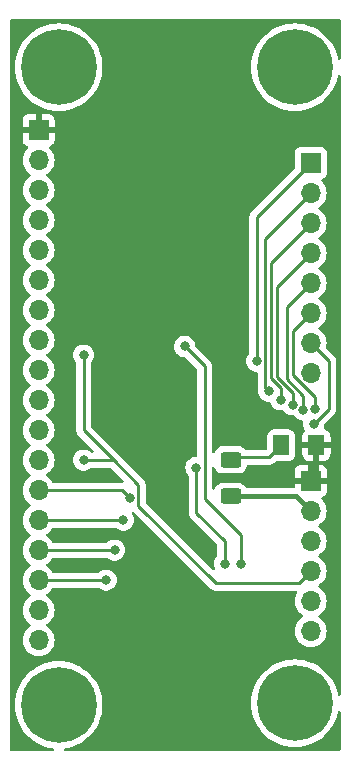
<source format=gtl>
G04 #@! TF.GenerationSoftware,KiCad,Pcbnew,7.0.10-7.0.10~ubuntu22.04.1*
G04 #@! TF.CreationDate,2024-03-22T17:45:40+01:00*
G04 #@! TF.ProjectId,dac-base-board,6461632d-6261-4736-952d-626f6172642e,v0.1*
G04 #@! TF.SameCoordinates,Original*
G04 #@! TF.FileFunction,Copper,L1,Top*
G04 #@! TF.FilePolarity,Positive*
%FSLAX46Y46*%
G04 Gerber Fmt 4.6, Leading zero omitted, Abs format (unit mm)*
G04 Created by KiCad (PCBNEW 7.0.10-7.0.10~ubuntu22.04.1) date 2024-03-22 17:45:40*
%MOMM*%
%LPD*%
G01*
G04 APERTURE LIST*
G04 Aperture macros list*
%AMRoundRect*
0 Rectangle with rounded corners*
0 $1 Rounding radius*
0 $2 $3 $4 $5 $6 $7 $8 $9 X,Y pos of 4 corners*
0 Add a 4 corners polygon primitive as box body*
4,1,4,$2,$3,$4,$5,$6,$7,$8,$9,$2,$3,0*
0 Add four circle primitives for the rounded corners*
1,1,$1+$1,$2,$3*
1,1,$1+$1,$4,$5*
1,1,$1+$1,$6,$7*
1,1,$1+$1,$8,$9*
0 Add four rect primitives between the rounded corners*
20,1,$1+$1,$2,$3,$4,$5,0*
20,1,$1+$1,$4,$5,$6,$7,0*
20,1,$1+$1,$6,$7,$8,$9,0*
20,1,$1+$1,$8,$9,$2,$3,0*%
G04 Aperture macros list end*
G04 #@! TA.AperFunction,ComponentPad*
%ADD10C,6.400000*%
G04 #@! TD*
G04 #@! TA.AperFunction,ComponentPad*
%ADD11R,1.700000X1.700000*%
G04 #@! TD*
G04 #@! TA.AperFunction,ComponentPad*
%ADD12O,1.700000X1.700000*%
G04 #@! TD*
G04 #@! TA.AperFunction,SMDPad,CuDef*
%ADD13RoundRect,0.250000X-0.625000X0.400000X-0.625000X-0.400000X0.625000X-0.400000X0.625000X0.400000X0*%
G04 #@! TD*
G04 #@! TA.AperFunction,SMDPad,CuDef*
%ADD14RoundRect,0.250001X0.462499X0.624999X-0.462499X0.624999X-0.462499X-0.624999X0.462499X-0.624999X0*%
G04 #@! TD*
G04 #@! TA.AperFunction,ViaPad*
%ADD15C,0.800000*%
G04 #@! TD*
G04 #@! TA.AperFunction,Conductor*
%ADD16C,0.250000*%
G04 #@! TD*
G04 #@! TA.AperFunction,Conductor*
%ADD17C,0.400000*%
G04 #@! TD*
G04 APERTURE END LIST*
D10*
X29464000Y-18796000D03*
X49464000Y-18796000D03*
X49464000Y-72644000D03*
X29464000Y-72796000D03*
D11*
X50800000Y-26924000D03*
D12*
X50800000Y-29464000D03*
X50800000Y-32004000D03*
X50800000Y-34544000D03*
X50800000Y-37084000D03*
X50800000Y-39624000D03*
X50800000Y-42164000D03*
X50800000Y-44704000D03*
D13*
X44016000Y-52044000D03*
X44016000Y-55144000D03*
D11*
X27760000Y-24130000D03*
D12*
X27760000Y-26670000D03*
X27760000Y-29210000D03*
X27760000Y-31750000D03*
X27760000Y-34290000D03*
X27760000Y-36830000D03*
X27760000Y-39370000D03*
X27760000Y-41910000D03*
X27760000Y-44450000D03*
X27760000Y-46990000D03*
X27760000Y-49530000D03*
X27760000Y-52070000D03*
X27760000Y-54610000D03*
X27760000Y-57150000D03*
X27760000Y-59690000D03*
X27760000Y-62230000D03*
X27760000Y-64770000D03*
X27760000Y-67310000D03*
D11*
X50800000Y-53848000D03*
D12*
X50800000Y-56388000D03*
X50800000Y-58928000D03*
X50800000Y-61468000D03*
X50800000Y-64008000D03*
X50800000Y-66548000D03*
D14*
X51271500Y-50800000D03*
X48296500Y-50800000D03*
D15*
X44924479Y-60835000D03*
X40137500Y-42444999D03*
X43508000Y-60835000D03*
X41095000Y-52705000D03*
X44016000Y-55144000D03*
X31570000Y-43180000D03*
X31570000Y-52070000D03*
X35470000Y-55245000D03*
X34925000Y-57150000D03*
X34200000Y-59690000D03*
X33475000Y-62230000D03*
X46228000Y-43688000D03*
X47244000Y-46217347D03*
X48260000Y-46942347D03*
X49277207Y-47363811D03*
X50183817Y-47785785D03*
X51182891Y-47742694D03*
X51049347Y-49017347D03*
D16*
X46953000Y-33311000D02*
X50800000Y-29464000D01*
X47244000Y-46217347D02*
X46953000Y-45926347D01*
X46953000Y-45926347D02*
X46953000Y-33311000D01*
X48260000Y-45983262D02*
X47403000Y-45126262D01*
X48260000Y-46942347D02*
X48260000Y-45983262D01*
X47403000Y-45126262D02*
X47403000Y-35401000D01*
X47403000Y-35401000D02*
X50800000Y-32004000D01*
X51182891Y-47742694D02*
X51182891Y-46748592D01*
X51182891Y-46748592D02*
X49276000Y-44841701D01*
X49276000Y-44841701D02*
X49276000Y-41148000D01*
X49276000Y-41148000D02*
X50800000Y-39624000D01*
X50183817Y-47785785D02*
X50183817Y-46634287D01*
X50183817Y-46634287D02*
X48768000Y-45218470D01*
X48768000Y-45218470D02*
X48768000Y-39116000D01*
X48768000Y-39116000D02*
X50800000Y-37084000D01*
X49277207Y-46364073D02*
X47938567Y-45025433D01*
X49277207Y-47363811D02*
X49277207Y-46364073D01*
X47938567Y-37405433D02*
X50800000Y-34544000D01*
X47938567Y-45025433D02*
X47938567Y-37405433D01*
X46228000Y-43688000D02*
X46228000Y-35052000D01*
X46228000Y-35052000D02*
X46228000Y-31496000D01*
X46228000Y-31496000D02*
X50800000Y-26924000D01*
X51049347Y-49017347D02*
X52324000Y-47742694D01*
X52324000Y-47742694D02*
X52324000Y-43688000D01*
X52324000Y-43688000D02*
X50800000Y-42164000D01*
X46228000Y-43688000D02*
X46280000Y-43636000D01*
X49277207Y-47363811D02*
X49385864Y-47255154D01*
X51182891Y-47742694D02*
X51189457Y-47736128D01*
X34110000Y-52070000D02*
X36195000Y-54155000D01*
X36195000Y-55933000D02*
X42746000Y-62484000D01*
X36195000Y-54155000D02*
X36195000Y-55933000D01*
X42746000Y-62484000D02*
X49784000Y-62484000D01*
X49784000Y-62484000D02*
X50800000Y-61468000D01*
D17*
X44016000Y-55144000D02*
X49556000Y-55144000D01*
X49556000Y-55144000D02*
X50800000Y-56388000D01*
X51271500Y-50800000D02*
X51271500Y-53376500D01*
X51271500Y-53376500D02*
X50800000Y-53848000D01*
D16*
X48296500Y-50800000D02*
X47280500Y-51816000D01*
X47280500Y-51816000D02*
X44244000Y-51816000D01*
X44244000Y-51816000D02*
X44016000Y-52044000D01*
X43508000Y-60835000D02*
X43508000Y-58928000D01*
X43508000Y-58928000D02*
X41095000Y-56515000D01*
X41095000Y-56515000D02*
X41095000Y-52705000D01*
X44924479Y-60835000D02*
X44924479Y-58439479D01*
X44924479Y-58439479D02*
X41820000Y-55335000D01*
X41820000Y-55335000D02*
X41820000Y-44127499D01*
X41820000Y-44127499D02*
X40137500Y-42444999D01*
X34835000Y-54610000D02*
X27760000Y-54610000D01*
X35470000Y-55245000D02*
X34835000Y-54610000D01*
X34925000Y-57150000D02*
X27760000Y-57150000D01*
X34110000Y-52070000D02*
X31570000Y-49530000D01*
X31570000Y-49530000D02*
X31570000Y-43180000D01*
X31570000Y-52070000D02*
X34110000Y-52070000D01*
X33475000Y-62230000D02*
X27760000Y-62230000D01*
X34200000Y-59690000D02*
X27760000Y-59690000D01*
G04 #@! TA.AperFunction,Conductor*
G36*
X53282539Y-14753912D02*
G01*
X53328294Y-14806716D01*
X53339500Y-14858227D01*
X53339500Y-18034107D01*
X53319815Y-18101146D01*
X53267011Y-18146901D01*
X53197853Y-18156845D01*
X53134297Y-18127820D01*
X53096523Y-18069042D01*
X53093027Y-18053505D01*
X53092637Y-18051045D01*
X53088602Y-18025567D01*
X52988214Y-17650913D01*
X52849214Y-17288806D01*
X52673125Y-16943211D01*
X52461876Y-16617916D01*
X52217781Y-16316484D01*
X51943516Y-16042219D01*
X51642084Y-15798124D01*
X51642082Y-15798122D01*
X51316793Y-15586877D01*
X50971197Y-15410787D01*
X50609094Y-15271788D01*
X50609087Y-15271786D01*
X50234433Y-15171398D01*
X50234429Y-15171397D01*
X50234428Y-15171397D01*
X49851339Y-15110722D01*
X49464001Y-15090422D01*
X49463999Y-15090422D01*
X49076660Y-15110722D01*
X48693572Y-15171397D01*
X48693570Y-15171397D01*
X48318905Y-15271788D01*
X47956802Y-15410787D01*
X47611206Y-15586877D01*
X47285917Y-15798122D01*
X46984488Y-16042215D01*
X46984480Y-16042222D01*
X46710222Y-16316480D01*
X46710215Y-16316488D01*
X46466122Y-16617917D01*
X46254877Y-16943206D01*
X46078787Y-17288802D01*
X45939788Y-17650905D01*
X45839397Y-18025570D01*
X45839397Y-18025572D01*
X45778722Y-18408660D01*
X45758422Y-18795999D01*
X45758422Y-18796000D01*
X45778722Y-19183339D01*
X45839397Y-19566427D01*
X45839397Y-19566429D01*
X45939788Y-19941094D01*
X46078787Y-20303197D01*
X46254877Y-20648793D01*
X46466122Y-20974082D01*
X46466124Y-20974084D01*
X46710219Y-21275516D01*
X46984484Y-21549781D01*
X46984488Y-21549784D01*
X47285917Y-21793877D01*
X47611206Y-22005122D01*
X47611211Y-22005125D01*
X47956806Y-22181214D01*
X48318913Y-22320214D01*
X48693567Y-22420602D01*
X49076662Y-22481278D01*
X49442576Y-22500455D01*
X49463999Y-22501578D01*
X49464000Y-22501578D01*
X49464001Y-22501578D01*
X49484301Y-22500514D01*
X49851338Y-22481278D01*
X50234433Y-22420602D01*
X50609087Y-22320214D01*
X50971194Y-22181214D01*
X51316789Y-22005125D01*
X51642084Y-21793876D01*
X51943516Y-21549781D01*
X52217781Y-21275516D01*
X52461876Y-20974084D01*
X52673125Y-20648789D01*
X52849214Y-20303194D01*
X52988214Y-19941087D01*
X53088602Y-19566433D01*
X53093027Y-19538493D01*
X53122956Y-19475359D01*
X53182268Y-19438428D01*
X53252130Y-19439426D01*
X53310363Y-19478036D01*
X53338477Y-19541999D01*
X53339500Y-19557892D01*
X53339500Y-71882107D01*
X53319815Y-71949146D01*
X53267011Y-71994901D01*
X53197853Y-72004845D01*
X53134297Y-71975820D01*
X53096523Y-71917042D01*
X53093027Y-71901505D01*
X53092637Y-71899045D01*
X53088602Y-71873567D01*
X52988214Y-71498913D01*
X52849214Y-71136806D01*
X52673125Y-70791211D01*
X52461876Y-70465916D01*
X52217781Y-70164484D01*
X51943516Y-69890219D01*
X51642084Y-69646124D01*
X51642082Y-69646122D01*
X51316793Y-69434877D01*
X50971197Y-69258787D01*
X50609094Y-69119788D01*
X50609087Y-69119786D01*
X50234433Y-69019398D01*
X50234429Y-69019397D01*
X50234428Y-69019397D01*
X49851339Y-68958722D01*
X49464001Y-68938422D01*
X49463999Y-68938422D01*
X49076660Y-68958722D01*
X48693572Y-69019397D01*
X48693570Y-69019397D01*
X48318905Y-69119788D01*
X47956802Y-69258787D01*
X47611206Y-69434877D01*
X47285917Y-69646122D01*
X46984488Y-69890215D01*
X46984480Y-69890222D01*
X46710222Y-70164480D01*
X46710215Y-70164488D01*
X46466122Y-70465917D01*
X46254877Y-70791206D01*
X46078787Y-71136802D01*
X45939788Y-71498905D01*
X45839397Y-71873570D01*
X45839397Y-71873572D01*
X45778722Y-72256660D01*
X45758422Y-72643999D01*
X45758422Y-72644000D01*
X45778722Y-73031339D01*
X45839397Y-73414427D01*
X45839397Y-73414429D01*
X45939788Y-73789094D01*
X46078787Y-74151197D01*
X46254877Y-74496793D01*
X46466122Y-74822082D01*
X46589211Y-74974084D01*
X46710219Y-75123516D01*
X46984484Y-75397781D01*
X46984488Y-75397784D01*
X47285917Y-75641877D01*
X47519977Y-75793877D01*
X47611211Y-75853125D01*
X47956806Y-76029214D01*
X48318913Y-76168214D01*
X48693567Y-76268602D01*
X49076662Y-76329278D01*
X49442576Y-76348455D01*
X49463999Y-76349578D01*
X49464000Y-76349578D01*
X49464001Y-76349578D01*
X49484301Y-76348514D01*
X49851338Y-76329278D01*
X50234433Y-76268602D01*
X50609087Y-76168214D01*
X50971194Y-76029214D01*
X51316789Y-75853125D01*
X51642084Y-75641876D01*
X51943516Y-75397781D01*
X52217781Y-75123516D01*
X52461876Y-74822084D01*
X52673125Y-74496789D01*
X52849214Y-74151194D01*
X52988214Y-73789087D01*
X53088602Y-73414433D01*
X53093027Y-73386493D01*
X53122956Y-73323359D01*
X53182268Y-73286428D01*
X53252130Y-73287426D01*
X53310363Y-73326036D01*
X53338477Y-73389999D01*
X53339500Y-73405892D01*
X53339500Y-76583500D01*
X53319815Y-76650539D01*
X53267011Y-76696294D01*
X53215500Y-76707500D01*
X29998597Y-76707500D01*
X29931558Y-76687815D01*
X29885803Y-76635011D01*
X29875859Y-76565853D01*
X29904884Y-76502297D01*
X29963662Y-76464523D01*
X29979199Y-76461027D01*
X30002855Y-76457280D01*
X30234433Y-76420602D01*
X30609087Y-76320214D01*
X30971194Y-76181214D01*
X31316789Y-76005125D01*
X31642084Y-75793876D01*
X31943516Y-75549781D01*
X32217781Y-75275516D01*
X32461876Y-74974084D01*
X32673125Y-74648789D01*
X32849214Y-74303194D01*
X32988214Y-73941087D01*
X33088602Y-73566433D01*
X33149278Y-73183338D01*
X33169578Y-72796000D01*
X33149278Y-72408662D01*
X33088602Y-72025567D01*
X32988214Y-71650913D01*
X32849214Y-71288806D01*
X32673125Y-70943211D01*
X32461876Y-70617916D01*
X32217781Y-70316484D01*
X31943516Y-70042219D01*
X31909164Y-70014401D01*
X31642082Y-69798122D01*
X31316793Y-69586877D01*
X30971197Y-69410787D01*
X30609094Y-69271788D01*
X30609087Y-69271786D01*
X30234433Y-69171398D01*
X30234429Y-69171397D01*
X30234428Y-69171397D01*
X29851339Y-69110722D01*
X29464001Y-69090422D01*
X29463999Y-69090422D01*
X29076660Y-69110722D01*
X28693572Y-69171397D01*
X28693570Y-69171397D01*
X28318905Y-69271788D01*
X27956802Y-69410787D01*
X27611206Y-69586877D01*
X27285917Y-69798122D01*
X26984488Y-70042215D01*
X26984480Y-70042222D01*
X26710222Y-70316480D01*
X26710215Y-70316488D01*
X26466122Y-70617917D01*
X26254877Y-70943206D01*
X26078787Y-71288802D01*
X25939788Y-71650905D01*
X25839397Y-72025570D01*
X25839397Y-72025572D01*
X25778722Y-72408660D01*
X25758422Y-72795999D01*
X25758422Y-72796000D01*
X25778722Y-73183339D01*
X25839397Y-73566427D01*
X25839397Y-73566429D01*
X25939788Y-73941094D01*
X26078787Y-74303197D01*
X26254877Y-74648793D01*
X26466122Y-74974082D01*
X26466124Y-74974084D01*
X26710219Y-75275516D01*
X26984484Y-75549781D01*
X26984488Y-75549784D01*
X27285917Y-75793877D01*
X27377151Y-75853125D01*
X27611211Y-76005125D01*
X27956806Y-76181214D01*
X28318913Y-76320214D01*
X28693567Y-76420602D01*
X28914887Y-76455655D01*
X28948801Y-76461027D01*
X29011936Y-76490956D01*
X29048867Y-76550268D01*
X29047869Y-76620130D01*
X29009259Y-76678363D01*
X28945296Y-76706477D01*
X28929403Y-76707500D01*
X25450500Y-76707500D01*
X25383461Y-76687815D01*
X25337706Y-76635011D01*
X25326500Y-76583500D01*
X25326500Y-67310000D01*
X26404341Y-67310000D01*
X26424936Y-67545403D01*
X26424938Y-67545413D01*
X26486094Y-67773655D01*
X26486096Y-67773659D01*
X26486097Y-67773663D01*
X26585965Y-67987830D01*
X26585967Y-67987834D01*
X26694281Y-68142521D01*
X26721505Y-68181401D01*
X26888599Y-68348495D01*
X26985384Y-68416265D01*
X27082165Y-68484032D01*
X27082167Y-68484033D01*
X27082170Y-68484035D01*
X27296337Y-68583903D01*
X27524592Y-68645063D01*
X27712918Y-68661539D01*
X27759999Y-68665659D01*
X27760000Y-68665659D01*
X27760001Y-68665659D01*
X27799234Y-68662226D01*
X27995408Y-68645063D01*
X28223663Y-68583903D01*
X28437830Y-68484035D01*
X28631401Y-68348495D01*
X28798495Y-68181401D01*
X28934035Y-67987830D01*
X29033903Y-67773663D01*
X29095063Y-67545408D01*
X29115659Y-67310000D01*
X29095063Y-67074592D01*
X29033903Y-66846337D01*
X28934035Y-66632171D01*
X28875098Y-66547999D01*
X28798494Y-66438597D01*
X28631402Y-66271506D01*
X28631396Y-66271501D01*
X28445842Y-66141575D01*
X28402217Y-66086998D01*
X28395023Y-66017500D01*
X28426546Y-65955145D01*
X28445842Y-65938425D01*
X28468026Y-65922891D01*
X28631401Y-65808495D01*
X28798495Y-65641401D01*
X28934035Y-65447830D01*
X29033903Y-65233663D01*
X29095063Y-65005408D01*
X29115659Y-64770000D01*
X29095063Y-64534592D01*
X29033903Y-64306337D01*
X28934035Y-64092171D01*
X28875098Y-64007999D01*
X28798494Y-63898597D01*
X28631402Y-63731506D01*
X28631396Y-63731501D01*
X28445842Y-63601575D01*
X28402217Y-63546998D01*
X28395023Y-63477500D01*
X28426546Y-63415145D01*
X28445842Y-63398425D01*
X28468026Y-63382891D01*
X28631401Y-63268495D01*
X28798495Y-63101401D01*
X28933652Y-62908377D01*
X28988229Y-62864752D01*
X29035227Y-62855500D01*
X32771252Y-62855500D01*
X32838291Y-62875185D01*
X32863400Y-62896526D01*
X32869126Y-62902885D01*
X32869130Y-62902889D01*
X33022265Y-63014148D01*
X33022270Y-63014151D01*
X33195192Y-63091142D01*
X33195197Y-63091144D01*
X33380354Y-63130500D01*
X33380355Y-63130500D01*
X33569644Y-63130500D01*
X33569646Y-63130500D01*
X33754803Y-63091144D01*
X33927730Y-63014151D01*
X34080871Y-62902888D01*
X34207533Y-62762216D01*
X34302179Y-62598284D01*
X34360674Y-62418256D01*
X34380460Y-62230000D01*
X34360674Y-62041744D01*
X34302179Y-61861716D01*
X34207533Y-61697784D01*
X34080871Y-61557112D01*
X34080870Y-61557111D01*
X33927734Y-61445851D01*
X33927729Y-61445848D01*
X33754807Y-61368857D01*
X33754802Y-61368855D01*
X33609001Y-61337865D01*
X33569646Y-61329500D01*
X33380354Y-61329500D01*
X33347897Y-61336398D01*
X33195197Y-61368855D01*
X33195192Y-61368857D01*
X33022270Y-61445848D01*
X33022265Y-61445851D01*
X32869130Y-61557110D01*
X32869126Y-61557114D01*
X32863400Y-61563474D01*
X32803913Y-61600121D01*
X32771252Y-61604500D01*
X29035227Y-61604500D01*
X28968188Y-61584815D01*
X28933652Y-61551623D01*
X28798494Y-61358597D01*
X28631402Y-61191506D01*
X28631396Y-61191501D01*
X28445842Y-61061575D01*
X28402217Y-61006998D01*
X28395023Y-60937500D01*
X28426546Y-60875145D01*
X28445842Y-60858425D01*
X28479296Y-60835000D01*
X28631401Y-60728495D01*
X28798495Y-60561401D01*
X28933652Y-60368377D01*
X28988229Y-60324752D01*
X29035227Y-60315500D01*
X33496252Y-60315500D01*
X33563291Y-60335185D01*
X33588400Y-60356526D01*
X33594126Y-60362885D01*
X33594130Y-60362889D01*
X33747265Y-60474148D01*
X33747270Y-60474151D01*
X33920192Y-60551142D01*
X33920197Y-60551144D01*
X34105354Y-60590500D01*
X34105355Y-60590500D01*
X34294644Y-60590500D01*
X34294646Y-60590500D01*
X34479803Y-60551144D01*
X34652730Y-60474151D01*
X34805871Y-60362888D01*
X34932533Y-60222216D01*
X35027179Y-60058284D01*
X35085674Y-59878256D01*
X35105460Y-59690000D01*
X35085674Y-59501744D01*
X35027179Y-59321716D01*
X34932533Y-59157784D01*
X34805871Y-59017112D01*
X34805870Y-59017111D01*
X34652734Y-58905851D01*
X34652729Y-58905848D01*
X34479807Y-58828857D01*
X34479802Y-58828855D01*
X34334001Y-58797865D01*
X34294646Y-58789500D01*
X34105354Y-58789500D01*
X34072897Y-58796398D01*
X33920197Y-58828855D01*
X33920192Y-58828857D01*
X33747270Y-58905848D01*
X33747265Y-58905851D01*
X33594130Y-59017110D01*
X33594126Y-59017114D01*
X33588400Y-59023474D01*
X33528913Y-59060121D01*
X33496252Y-59064500D01*
X29035227Y-59064500D01*
X28968188Y-59044815D01*
X28933652Y-59011623D01*
X28798494Y-58818597D01*
X28631402Y-58651506D01*
X28631396Y-58651501D01*
X28445842Y-58521575D01*
X28402217Y-58466998D01*
X28395023Y-58397500D01*
X28426546Y-58335145D01*
X28445842Y-58318425D01*
X28496885Y-58282684D01*
X28631401Y-58188495D01*
X28798495Y-58021401D01*
X28933652Y-57828377D01*
X28988229Y-57784752D01*
X29035227Y-57775500D01*
X34221252Y-57775500D01*
X34288291Y-57795185D01*
X34313400Y-57816526D01*
X34319126Y-57822885D01*
X34319130Y-57822889D01*
X34472265Y-57934148D01*
X34472270Y-57934151D01*
X34645192Y-58011142D01*
X34645197Y-58011144D01*
X34830354Y-58050500D01*
X34830355Y-58050500D01*
X35019644Y-58050500D01*
X35019646Y-58050500D01*
X35204803Y-58011144D01*
X35377730Y-57934151D01*
X35530871Y-57822888D01*
X35657533Y-57682216D01*
X35752179Y-57518284D01*
X35810674Y-57338256D01*
X35830460Y-57150000D01*
X35810674Y-56961744D01*
X35752179Y-56781716D01*
X35667214Y-56634553D01*
X35650742Y-56566654D01*
X35673595Y-56500627D01*
X35728516Y-56457436D01*
X35798069Y-56450795D01*
X35860172Y-56482811D01*
X35862283Y-56484873D01*
X42245197Y-62867788D01*
X42255022Y-62880051D01*
X42255243Y-62879869D01*
X42260211Y-62885874D01*
X42260213Y-62885876D01*
X42260214Y-62885877D01*
X42278329Y-62902888D01*
X42309222Y-62931899D01*
X42312021Y-62934612D01*
X42331522Y-62954114D01*
X42331526Y-62954117D01*
X42331529Y-62954120D01*
X42334702Y-62956581D01*
X42343574Y-62964159D01*
X42375418Y-62994062D01*
X42392976Y-63003714D01*
X42409233Y-63014393D01*
X42425064Y-63026673D01*
X42454803Y-63039542D01*
X42465152Y-63044021D01*
X42475641Y-63049160D01*
X42499457Y-63062252D01*
X42513908Y-63070197D01*
X42526523Y-63073435D01*
X42533305Y-63075177D01*
X42551719Y-63081481D01*
X42570104Y-63089438D01*
X42613261Y-63096273D01*
X42624656Y-63098632D01*
X42666981Y-63109500D01*
X42687016Y-63109500D01*
X42706413Y-63111026D01*
X42726196Y-63114160D01*
X42769675Y-63110050D01*
X42781344Y-63109500D01*
X49542279Y-63109500D01*
X49609318Y-63129185D01*
X49655073Y-63181989D01*
X49665017Y-63251147D01*
X49643853Y-63304624D01*
X49625966Y-63330167D01*
X49625964Y-63330171D01*
X49526098Y-63544335D01*
X49526094Y-63544344D01*
X49464938Y-63772586D01*
X49464936Y-63772596D01*
X49444341Y-64007999D01*
X49444341Y-64008000D01*
X49464936Y-64243403D01*
X49464938Y-64243413D01*
X49526094Y-64471655D01*
X49526096Y-64471659D01*
X49526097Y-64471663D01*
X49625965Y-64685830D01*
X49625967Y-64685834D01*
X49761501Y-64879395D01*
X49761506Y-64879402D01*
X49928597Y-65046493D01*
X49928603Y-65046498D01*
X50114158Y-65176425D01*
X50157783Y-65231002D01*
X50164977Y-65300500D01*
X50133454Y-65362855D01*
X50114158Y-65379575D01*
X49928597Y-65509505D01*
X49761505Y-65676597D01*
X49625965Y-65870169D01*
X49625964Y-65870171D01*
X49526098Y-66084335D01*
X49526094Y-66084344D01*
X49464938Y-66312586D01*
X49464936Y-66312596D01*
X49444341Y-66547999D01*
X49444341Y-66548000D01*
X49464936Y-66783403D01*
X49464938Y-66783413D01*
X49526094Y-67011655D01*
X49526096Y-67011659D01*
X49526097Y-67011663D01*
X49625965Y-67225830D01*
X49625967Y-67225834D01*
X49734281Y-67380521D01*
X49761505Y-67419401D01*
X49928599Y-67586495D01*
X50025384Y-67654265D01*
X50122165Y-67722032D01*
X50122167Y-67722033D01*
X50122170Y-67722035D01*
X50336337Y-67821903D01*
X50564592Y-67883063D01*
X50752918Y-67899539D01*
X50799999Y-67903659D01*
X50800000Y-67903659D01*
X50800001Y-67903659D01*
X50839234Y-67900226D01*
X51035408Y-67883063D01*
X51263663Y-67821903D01*
X51477830Y-67722035D01*
X51671401Y-67586495D01*
X51838495Y-67419401D01*
X51974035Y-67225830D01*
X52073903Y-67011663D01*
X52135063Y-66783408D01*
X52155659Y-66548000D01*
X52135063Y-66312592D01*
X52073903Y-66084337D01*
X51974035Y-65870171D01*
X51930852Y-65808498D01*
X51838494Y-65676597D01*
X51671402Y-65509506D01*
X51671396Y-65509501D01*
X51485842Y-65379575D01*
X51442217Y-65324998D01*
X51435023Y-65255500D01*
X51466546Y-65193145D01*
X51485842Y-65176425D01*
X51508026Y-65160891D01*
X51671401Y-65046495D01*
X51838495Y-64879401D01*
X51974035Y-64685830D01*
X52073903Y-64471663D01*
X52135063Y-64243408D01*
X52155659Y-64008000D01*
X52135063Y-63772592D01*
X52073903Y-63544337D01*
X51974035Y-63330171D01*
X51974033Y-63330167D01*
X51838494Y-63136597D01*
X51671402Y-62969506D01*
X51671396Y-62969501D01*
X51485842Y-62839575D01*
X51442217Y-62784998D01*
X51435023Y-62715500D01*
X51466546Y-62653145D01*
X51485842Y-62636425D01*
X51540323Y-62598277D01*
X51671401Y-62506495D01*
X51838495Y-62339401D01*
X51974035Y-62145830D01*
X52073903Y-61931663D01*
X52135063Y-61703408D01*
X52155659Y-61468000D01*
X52135063Y-61232592D01*
X52073903Y-61004337D01*
X51974035Y-60790171D01*
X51930852Y-60728498D01*
X51838494Y-60596597D01*
X51671402Y-60429506D01*
X51671396Y-60429501D01*
X51485842Y-60299575D01*
X51442217Y-60244998D01*
X51435023Y-60175500D01*
X51466546Y-60113145D01*
X51485842Y-60096425D01*
X51540323Y-60058277D01*
X51671401Y-59966495D01*
X51838495Y-59799401D01*
X51974035Y-59605830D01*
X52073903Y-59391663D01*
X52135063Y-59163408D01*
X52155659Y-58928000D01*
X52135063Y-58692592D01*
X52073903Y-58464337D01*
X51974035Y-58250171D01*
X51968364Y-58242071D01*
X51838494Y-58056597D01*
X51671402Y-57889506D01*
X51671396Y-57889501D01*
X51485842Y-57759575D01*
X51442217Y-57704998D01*
X51435023Y-57635500D01*
X51466546Y-57573145D01*
X51485842Y-57556425D01*
X51540323Y-57518277D01*
X51671401Y-57426495D01*
X51838495Y-57259401D01*
X51974035Y-57065830D01*
X52073903Y-56851663D01*
X52135063Y-56623408D01*
X52155659Y-56388000D01*
X52135063Y-56152592D01*
X52073903Y-55924337D01*
X51974035Y-55710171D01*
X51948644Y-55673909D01*
X51838496Y-55516600D01*
X51803291Y-55481395D01*
X51716179Y-55394283D01*
X51682696Y-55332963D01*
X51687680Y-55263271D01*
X51729551Y-55207337D01*
X51760529Y-55190422D01*
X51892086Y-55141354D01*
X51892093Y-55141350D01*
X52007187Y-55055190D01*
X52007190Y-55055187D01*
X52093350Y-54940093D01*
X52093354Y-54940086D01*
X52143596Y-54805379D01*
X52143598Y-54805372D01*
X52149999Y-54745844D01*
X52150000Y-54745827D01*
X52150000Y-54098000D01*
X51233686Y-54098000D01*
X51259493Y-54057844D01*
X51300000Y-53919889D01*
X51300000Y-53776111D01*
X51259493Y-53638156D01*
X51233686Y-53598000D01*
X52150000Y-53598000D01*
X52150000Y-52950172D01*
X52149999Y-52950155D01*
X52143598Y-52890627D01*
X52143596Y-52890620D01*
X52093354Y-52755913D01*
X52093350Y-52755906D01*
X52007190Y-52640812D01*
X52007187Y-52640809D01*
X51892093Y-52554649D01*
X51892086Y-52554645D01*
X51757379Y-52504403D01*
X51757372Y-52504401D01*
X51697844Y-52498000D01*
X51050000Y-52498000D01*
X51050000Y-53412498D01*
X50942315Y-53363320D01*
X50835763Y-53348000D01*
X50764237Y-53348000D01*
X50657685Y-53363320D01*
X50550000Y-53412498D01*
X50550000Y-52498000D01*
X49902155Y-52498000D01*
X49842627Y-52504401D01*
X49842620Y-52504403D01*
X49707913Y-52554645D01*
X49707906Y-52554649D01*
X49592812Y-52640809D01*
X49592809Y-52640812D01*
X49506649Y-52755906D01*
X49506645Y-52755913D01*
X49456403Y-52890620D01*
X49456401Y-52890627D01*
X49450000Y-52950155D01*
X49450000Y-53598000D01*
X50366314Y-53598000D01*
X50340507Y-53638156D01*
X50300000Y-53776111D01*
X50300000Y-53919889D01*
X50340507Y-54057844D01*
X50366314Y-54098000D01*
X49450000Y-54098000D01*
X49450000Y-54319500D01*
X49430315Y-54386539D01*
X49377511Y-54432294D01*
X49326000Y-54443500D01*
X45406638Y-54443500D01*
X45339599Y-54423815D01*
X45301099Y-54384597D01*
X45233712Y-54275344D01*
X45109656Y-54151288D01*
X44960334Y-54059186D01*
X44793797Y-54004001D01*
X44793795Y-54004000D01*
X44691010Y-53993500D01*
X43340998Y-53993500D01*
X43340981Y-53993501D01*
X43238203Y-54004000D01*
X43238200Y-54004001D01*
X43071668Y-54059185D01*
X43071663Y-54059187D01*
X42922342Y-54151289D01*
X42798289Y-54275342D01*
X42706187Y-54424663D01*
X42706186Y-54424666D01*
X42692342Y-54466446D01*
X42687206Y-54481945D01*
X42647433Y-54539390D01*
X42582917Y-54566213D01*
X42514142Y-54553898D01*
X42462942Y-54506355D01*
X42445500Y-54442941D01*
X42445500Y-52745059D01*
X42465185Y-52678020D01*
X42517989Y-52632265D01*
X42587147Y-52622321D01*
X42650703Y-52651346D01*
X42687205Y-52706053D01*
X42706186Y-52763334D01*
X42798288Y-52912656D01*
X42922344Y-53036712D01*
X43071666Y-53128814D01*
X43238203Y-53183999D01*
X43340991Y-53194500D01*
X44691008Y-53194499D01*
X44793797Y-53183999D01*
X44960334Y-53128814D01*
X45109656Y-53036712D01*
X45233712Y-52912656D01*
X45325814Y-52763334D01*
X45380999Y-52596797D01*
X45385484Y-52552897D01*
X45411880Y-52488206D01*
X45469061Y-52448054D01*
X45508842Y-52441500D01*
X47197757Y-52441500D01*
X47213377Y-52443224D01*
X47213404Y-52442939D01*
X47221160Y-52443671D01*
X47221167Y-52443673D01*
X47288373Y-52441561D01*
X47292268Y-52441500D01*
X47319846Y-52441500D01*
X47319850Y-52441500D01*
X47323824Y-52440997D01*
X47335463Y-52440080D01*
X47379127Y-52438709D01*
X47398369Y-52433117D01*
X47417412Y-52429174D01*
X47437292Y-52426664D01*
X47477901Y-52410585D01*
X47488944Y-52406803D01*
X47530890Y-52394618D01*
X47548129Y-52384422D01*
X47565603Y-52375862D01*
X47584227Y-52368488D01*
X47584227Y-52368487D01*
X47584232Y-52368486D01*
X47619583Y-52342800D01*
X47629314Y-52336408D01*
X47666920Y-52314170D01*
X47681089Y-52299999D01*
X47695879Y-52287368D01*
X47712087Y-52275594D01*
X47739933Y-52241932D01*
X47747787Y-52233302D01*
X47769273Y-52211817D01*
X47830597Y-52178333D01*
X47856952Y-52175500D01*
X48809003Y-52175500D01*
X48809008Y-52175500D01*
X48911797Y-52164999D01*
X49078334Y-52109814D01*
X49227655Y-52017711D01*
X49351711Y-51893655D01*
X49443814Y-51744334D01*
X49498999Y-51577797D01*
X49509500Y-51475008D01*
X49509500Y-51050000D01*
X50059000Y-51050000D01*
X50059000Y-51474985D01*
X50069493Y-51577689D01*
X50069494Y-51577696D01*
X50124641Y-51744118D01*
X50124643Y-51744123D01*
X50216684Y-51893344D01*
X50340655Y-52017315D01*
X50489876Y-52109356D01*
X50489881Y-52109358D01*
X50656303Y-52164505D01*
X50656310Y-52164506D01*
X50759014Y-52174999D01*
X50759027Y-52175000D01*
X51021500Y-52175000D01*
X51021500Y-51050000D01*
X51521500Y-51050000D01*
X51521500Y-52175000D01*
X51783973Y-52175000D01*
X51783985Y-52174999D01*
X51886689Y-52164506D01*
X51886696Y-52164505D01*
X52053118Y-52109358D01*
X52053123Y-52109356D01*
X52202344Y-52017315D01*
X52326315Y-51893344D01*
X52418356Y-51744123D01*
X52418358Y-51744118D01*
X52473505Y-51577696D01*
X52473506Y-51577689D01*
X52483999Y-51474985D01*
X52484000Y-51474972D01*
X52484000Y-51050000D01*
X51521500Y-51050000D01*
X51021500Y-51050000D01*
X50059000Y-51050000D01*
X49509500Y-51050000D01*
X49509500Y-50124992D01*
X49498999Y-50022203D01*
X49443814Y-49855666D01*
X49418794Y-49815103D01*
X49351713Y-49706348D01*
X49351710Y-49706344D01*
X49227655Y-49582289D01*
X49227651Y-49582286D01*
X49078337Y-49490187D01*
X49078335Y-49490186D01*
X48948777Y-49447255D01*
X48911797Y-49435001D01*
X48911795Y-49435000D01*
X48809015Y-49424500D01*
X48809008Y-49424500D01*
X47783992Y-49424500D01*
X47783984Y-49424500D01*
X47681204Y-49435000D01*
X47681203Y-49435001D01*
X47514664Y-49490186D01*
X47514662Y-49490187D01*
X47365348Y-49582286D01*
X47365344Y-49582289D01*
X47241289Y-49706344D01*
X47241286Y-49706348D01*
X47149187Y-49855662D01*
X47149186Y-49855664D01*
X47094001Y-50022203D01*
X47094000Y-50022204D01*
X47083500Y-50124984D01*
X47083500Y-51066500D01*
X47063815Y-51133539D01*
X47011011Y-51179294D01*
X46959500Y-51190500D01*
X45300230Y-51190500D01*
X45233191Y-51170815D01*
X45212549Y-51154181D01*
X45109657Y-51051289D01*
X45109656Y-51051288D01*
X44960334Y-50959186D01*
X44793797Y-50904001D01*
X44793795Y-50904000D01*
X44691010Y-50893500D01*
X43340998Y-50893500D01*
X43340981Y-50893501D01*
X43238203Y-50904000D01*
X43238200Y-50904001D01*
X43071668Y-50959185D01*
X43071663Y-50959187D01*
X42922342Y-51051289D01*
X42798289Y-51175342D01*
X42706187Y-51324663D01*
X42706185Y-51324668D01*
X42687206Y-51381945D01*
X42647433Y-51439390D01*
X42582917Y-51466213D01*
X42514142Y-51453898D01*
X42462942Y-51406355D01*
X42445500Y-51342941D01*
X42445500Y-44210236D01*
X42447224Y-44194622D01*
X42446938Y-44194595D01*
X42447672Y-44186832D01*
X42445561Y-44119643D01*
X42445500Y-44115749D01*
X42445500Y-44088150D01*
X42445500Y-44088149D01*
X42444997Y-44084169D01*
X42444080Y-44072520D01*
X42443570Y-44056284D01*
X42442709Y-44028872D01*
X42437121Y-44009638D01*
X42433174Y-43990580D01*
X42432638Y-43986335D01*
X42430664Y-43970707D01*
X42430663Y-43970704D01*
X42414583Y-43930091D01*
X42410799Y-43919038D01*
X42398618Y-43877114D01*
X42398617Y-43877109D01*
X42388420Y-43859867D01*
X42379863Y-43842401D01*
X42372486Y-43823767D01*
X42346809Y-43788425D01*
X42340412Y-43778689D01*
X42318170Y-43741078D01*
X42318167Y-43741075D01*
X42318165Y-43741072D01*
X42304005Y-43726912D01*
X42291370Y-43712119D01*
X42279593Y-43695911D01*
X42270030Y-43688000D01*
X45322540Y-43688000D01*
X45342326Y-43876256D01*
X45342327Y-43876259D01*
X45400818Y-44056277D01*
X45400821Y-44056284D01*
X45495467Y-44220216D01*
X45622129Y-44360888D01*
X45775265Y-44472148D01*
X45775270Y-44472151D01*
X45948192Y-44549142D01*
X45948197Y-44549144D01*
X46133354Y-44588500D01*
X46133355Y-44588500D01*
X46203500Y-44588500D01*
X46270539Y-44608185D01*
X46316294Y-44660989D01*
X46327500Y-44712500D01*
X46327500Y-45843602D01*
X46325775Y-45859219D01*
X46326061Y-45859246D01*
X46325326Y-45867012D01*
X46327439Y-45934219D01*
X46327500Y-45938114D01*
X46327500Y-45965704D01*
X46328003Y-45969682D01*
X46328918Y-45981314D01*
X46330290Y-46024971D01*
X46330291Y-46024974D01*
X46335880Y-46044214D01*
X46339824Y-46063258D01*
X46342290Y-46082775D01*
X46342337Y-46083147D01*
X46344102Y-46090022D01*
X46347318Y-46133814D01*
X46338540Y-46217345D01*
X46338540Y-46217347D01*
X46358326Y-46405603D01*
X46358327Y-46405606D01*
X46416818Y-46585624D01*
X46416821Y-46585631D01*
X46511467Y-46749563D01*
X46638129Y-46890235D01*
X46791265Y-47001495D01*
X46791270Y-47001498D01*
X46964192Y-47078489D01*
X46964197Y-47078491D01*
X47149354Y-47117847D01*
X47149355Y-47117847D01*
X47280090Y-47117847D01*
X47347129Y-47137532D01*
X47392884Y-47190336D01*
X47398021Y-47203529D01*
X47432818Y-47310624D01*
X47432821Y-47310631D01*
X47527467Y-47474563D01*
X47654129Y-47615235D01*
X47807265Y-47726495D01*
X47807270Y-47726498D01*
X47980192Y-47803489D01*
X47980197Y-47803491D01*
X48165354Y-47842847D01*
X48165355Y-47842847D01*
X48354645Y-47842847D01*
X48354646Y-47842847D01*
X48408432Y-47831414D01*
X48478098Y-47836730D01*
X48533832Y-47878866D01*
X48541598Y-47890701D01*
X48544670Y-47896022D01*
X48544672Y-47896025D01*
X48671336Y-48036699D01*
X48824472Y-48147959D01*
X48824477Y-48147962D01*
X48997399Y-48224953D01*
X48997404Y-48224955D01*
X49182561Y-48264311D01*
X49182562Y-48264311D01*
X49349095Y-48264311D01*
X49416134Y-48283996D01*
X49449413Y-48315426D01*
X49451282Y-48317999D01*
X49577946Y-48458673D01*
X49731082Y-48569933D01*
X49731087Y-48569936D01*
X49904009Y-48646927D01*
X49904010Y-48646927D01*
X49904014Y-48646929D01*
X50068203Y-48681828D01*
X50129685Y-48715020D01*
X50163462Y-48776183D01*
X50163686Y-48822557D01*
X50164353Y-48822628D01*
X50163716Y-48828688D01*
X50163717Y-48828881D01*
X50163675Y-48829078D01*
X50163673Y-48829088D01*
X50163673Y-48829091D01*
X50143887Y-49017347D01*
X50163673Y-49205603D01*
X50163674Y-49205606D01*
X50222165Y-49385624D01*
X50222167Y-49385628D01*
X50222168Y-49385631D01*
X50266763Y-49462872D01*
X50290090Y-49503276D01*
X50306562Y-49571176D01*
X50283709Y-49637203D01*
X50270384Y-49652955D01*
X50216684Y-49706655D01*
X50124643Y-49855876D01*
X50124641Y-49855881D01*
X50069494Y-50022303D01*
X50069493Y-50022310D01*
X50059000Y-50125014D01*
X50059000Y-50550000D01*
X52484000Y-50550000D01*
X52484000Y-50125027D01*
X52483999Y-50125014D01*
X52473506Y-50022310D01*
X52473505Y-50022303D01*
X52418358Y-49855881D01*
X52418356Y-49855876D01*
X52326315Y-49706655D01*
X52202344Y-49582684D01*
X52053123Y-49490643D01*
X52053120Y-49490642D01*
X51979909Y-49466382D01*
X51922465Y-49426609D01*
X51895642Y-49362093D01*
X51900982Y-49310362D01*
X51935021Y-49205603D01*
X51952668Y-49037692D01*
X51979252Y-48973079D01*
X51988299Y-48962983D01*
X52707786Y-48243496D01*
X52720048Y-48233674D01*
X52719865Y-48233453D01*
X52725868Y-48228485D01*
X52725877Y-48228480D01*
X52771934Y-48179433D01*
X52774582Y-48176700D01*
X52794120Y-48157164D01*
X52796570Y-48154004D01*
X52804154Y-48145123D01*
X52834062Y-48113276D01*
X52843714Y-48095717D01*
X52854389Y-48079466D01*
X52866674Y-48063630D01*
X52884030Y-48023519D01*
X52889161Y-48013048D01*
X52910194Y-47974792D01*
X52910194Y-47974791D01*
X52910197Y-47974786D01*
X52915180Y-47955374D01*
X52921477Y-47936985D01*
X52929438Y-47918589D01*
X52936270Y-47875442D01*
X52938639Y-47864010D01*
X52949499Y-47821716D01*
X52949500Y-47821711D01*
X52949500Y-47801677D01*
X52951027Y-47782276D01*
X52954160Y-47762498D01*
X52950050Y-47719018D01*
X52949500Y-47707349D01*
X52949500Y-43770737D01*
X52951224Y-43755123D01*
X52950938Y-43755096D01*
X52951672Y-43747333D01*
X52951475Y-43741078D01*
X52950056Y-43695911D01*
X52949561Y-43680143D01*
X52949500Y-43676249D01*
X52949500Y-43648651D01*
X52949500Y-43648650D01*
X52948997Y-43644670D01*
X52948080Y-43633021D01*
X52946709Y-43589374D01*
X52946709Y-43589372D01*
X52941120Y-43570137D01*
X52937174Y-43551084D01*
X52934664Y-43531208D01*
X52918578Y-43490581D01*
X52914803Y-43479554D01*
X52902617Y-43437610D01*
X52892421Y-43420369D01*
X52883860Y-43402893D01*
X52876486Y-43384269D01*
X52876485Y-43384267D01*
X52874706Y-43381818D01*
X52850809Y-43348926D01*
X52844412Y-43339190D01*
X52822170Y-43301579D01*
X52822167Y-43301576D01*
X52822165Y-43301573D01*
X52808005Y-43287413D01*
X52795370Y-43272620D01*
X52783593Y-43256412D01*
X52749945Y-43228576D01*
X52741304Y-43220713D01*
X52140237Y-42619646D01*
X52106752Y-42558323D01*
X52108142Y-42499876D01*
X52135063Y-42399408D01*
X52155659Y-42164000D01*
X52135063Y-41928592D01*
X52073903Y-41700337D01*
X51974035Y-41486171D01*
X51838495Y-41292599D01*
X51838494Y-41292597D01*
X51671402Y-41125506D01*
X51671396Y-41125501D01*
X51485842Y-40995575D01*
X51442217Y-40940998D01*
X51435023Y-40871500D01*
X51466546Y-40809145D01*
X51485842Y-40792425D01*
X51566475Y-40735965D01*
X51671401Y-40662495D01*
X51838495Y-40495401D01*
X51974035Y-40301830D01*
X52073903Y-40087663D01*
X52135063Y-39859408D01*
X52155659Y-39624000D01*
X52135063Y-39388592D01*
X52073903Y-39160337D01*
X51974035Y-38946171D01*
X51838495Y-38752599D01*
X51838494Y-38752597D01*
X51671402Y-38585506D01*
X51671396Y-38585501D01*
X51485842Y-38455575D01*
X51442217Y-38400998D01*
X51435023Y-38331500D01*
X51466546Y-38269145D01*
X51485842Y-38252425D01*
X51566475Y-38195965D01*
X51671401Y-38122495D01*
X51838495Y-37955401D01*
X51974035Y-37761830D01*
X52073903Y-37547663D01*
X52135063Y-37319408D01*
X52155659Y-37084000D01*
X52135063Y-36848592D01*
X52073903Y-36620337D01*
X51974035Y-36406171D01*
X51866583Y-36252712D01*
X51838494Y-36212597D01*
X51671402Y-36045506D01*
X51671396Y-36045501D01*
X51485842Y-35915575D01*
X51442217Y-35860998D01*
X51435023Y-35791500D01*
X51466546Y-35729145D01*
X51485842Y-35712425D01*
X51566475Y-35655965D01*
X51671401Y-35582495D01*
X51838495Y-35415401D01*
X51974035Y-35221830D01*
X52073903Y-35007663D01*
X52135063Y-34779408D01*
X52155659Y-34544000D01*
X52135063Y-34308592D01*
X52073903Y-34080337D01*
X51974035Y-33866171D01*
X51838495Y-33672599D01*
X51838494Y-33672597D01*
X51671402Y-33505506D01*
X51671396Y-33505501D01*
X51485842Y-33375575D01*
X51442217Y-33320998D01*
X51435023Y-33251500D01*
X51466546Y-33189145D01*
X51485842Y-33172425D01*
X51566475Y-33115965D01*
X51671401Y-33042495D01*
X51838495Y-32875401D01*
X51974035Y-32681830D01*
X52073903Y-32467663D01*
X52135063Y-32239408D01*
X52155659Y-32004000D01*
X52135063Y-31768592D01*
X52073903Y-31540337D01*
X51974035Y-31326171D01*
X51969786Y-31320102D01*
X51838494Y-31132597D01*
X51671402Y-30965506D01*
X51671396Y-30965501D01*
X51485842Y-30835575D01*
X51442217Y-30780998D01*
X51435023Y-30711500D01*
X51466546Y-30649145D01*
X51485842Y-30632425D01*
X51566475Y-30575965D01*
X51671401Y-30502495D01*
X51838495Y-30335401D01*
X51974035Y-30141830D01*
X52073903Y-29927663D01*
X52135063Y-29699408D01*
X52155659Y-29464000D01*
X52135063Y-29228592D01*
X52073903Y-29000337D01*
X51974035Y-28786171D01*
X51838495Y-28592599D01*
X51716567Y-28470671D01*
X51683084Y-28409351D01*
X51688068Y-28339659D01*
X51729939Y-28283725D01*
X51760915Y-28266810D01*
X51892331Y-28217796D01*
X52007546Y-28131546D01*
X52093796Y-28016331D01*
X52144091Y-27881483D01*
X52150500Y-27821873D01*
X52150499Y-26026128D01*
X52144091Y-25966517D01*
X52093796Y-25831669D01*
X52093795Y-25831668D01*
X52093793Y-25831664D01*
X52007547Y-25716455D01*
X52007544Y-25716452D01*
X51892335Y-25630206D01*
X51892328Y-25630202D01*
X51757482Y-25579908D01*
X51757483Y-25579908D01*
X51697883Y-25573501D01*
X51697881Y-25573500D01*
X51697873Y-25573500D01*
X51697864Y-25573500D01*
X49902129Y-25573500D01*
X49902123Y-25573501D01*
X49842516Y-25579908D01*
X49707671Y-25630202D01*
X49707664Y-25630206D01*
X49592455Y-25716452D01*
X49592452Y-25716455D01*
X49506206Y-25831664D01*
X49506202Y-25831671D01*
X49455908Y-25966517D01*
X49449501Y-26026116D01*
X49449501Y-26026123D01*
X49449500Y-26026135D01*
X49449500Y-27338546D01*
X49429815Y-27405585D01*
X49413181Y-27426227D01*
X45844208Y-30995199D01*
X45831951Y-31005020D01*
X45832134Y-31005241D01*
X45826122Y-31010214D01*
X45780098Y-31059223D01*
X45777391Y-31062016D01*
X45757889Y-31081517D01*
X45757875Y-31081534D01*
X45755407Y-31084715D01*
X45747843Y-31093570D01*
X45717937Y-31125418D01*
X45717936Y-31125420D01*
X45708284Y-31142976D01*
X45697610Y-31159226D01*
X45685329Y-31175061D01*
X45685324Y-31175068D01*
X45667975Y-31215158D01*
X45662838Y-31225644D01*
X45641803Y-31263906D01*
X45636822Y-31283307D01*
X45630521Y-31301710D01*
X45622562Y-31320102D01*
X45622561Y-31320105D01*
X45615728Y-31363243D01*
X45613360Y-31374674D01*
X45602501Y-31416971D01*
X45602500Y-31416982D01*
X45602500Y-31437016D01*
X45600973Y-31456415D01*
X45597840Y-31476194D01*
X45597840Y-31476195D01*
X45601950Y-31519674D01*
X45602500Y-31531343D01*
X45602500Y-42989312D01*
X45582815Y-43056351D01*
X45570650Y-43072284D01*
X45495466Y-43155784D01*
X45400821Y-43319715D01*
X45400818Y-43319722D01*
X45345299Y-43490594D01*
X45342326Y-43499744D01*
X45322540Y-43688000D01*
X42270030Y-43688000D01*
X42245945Y-43668075D01*
X42237304Y-43660212D01*
X41076460Y-42499368D01*
X41042975Y-42438045D01*
X41040823Y-42424667D01*
X41023174Y-42256743D01*
X40964679Y-42076715D01*
X40870033Y-41912783D01*
X40743371Y-41772111D01*
X40743370Y-41772110D01*
X40590234Y-41660850D01*
X40590229Y-41660847D01*
X40417307Y-41583856D01*
X40417302Y-41583854D01*
X40271501Y-41552864D01*
X40232146Y-41544499D01*
X40042854Y-41544499D01*
X40010397Y-41551397D01*
X39857697Y-41583854D01*
X39857692Y-41583856D01*
X39684770Y-41660847D01*
X39684765Y-41660850D01*
X39531629Y-41772110D01*
X39404966Y-41912784D01*
X39310321Y-42076714D01*
X39310318Y-42076721D01*
X39281960Y-42164000D01*
X39251826Y-42256743D01*
X39232040Y-42444999D01*
X39251826Y-42633255D01*
X39251827Y-42633258D01*
X39310318Y-42813276D01*
X39310321Y-42813283D01*
X39404967Y-42977215D01*
X39511152Y-43095145D01*
X39531629Y-43117887D01*
X39684765Y-43229147D01*
X39684770Y-43229150D01*
X39857692Y-43306141D01*
X39857697Y-43306143D01*
X40042854Y-43345499D01*
X40102048Y-43345499D01*
X40169087Y-43365184D01*
X40189729Y-43381818D01*
X41158181Y-44350270D01*
X41191666Y-44411593D01*
X41194500Y-44437951D01*
X41194500Y-51680500D01*
X41174815Y-51747539D01*
X41122011Y-51793294D01*
X41070500Y-51804500D01*
X41000354Y-51804500D01*
X40967897Y-51811398D01*
X40815197Y-51843855D01*
X40815192Y-51843857D01*
X40642270Y-51920848D01*
X40642265Y-51920851D01*
X40489129Y-52032111D01*
X40362466Y-52172785D01*
X40267821Y-52336715D01*
X40267818Y-52336722D01*
X40213336Y-52504403D01*
X40209326Y-52516744D01*
X40189540Y-52705000D01*
X40209326Y-52893256D01*
X40209327Y-52893259D01*
X40267818Y-53073277D01*
X40267821Y-53073284D01*
X40362467Y-53237216D01*
X40378611Y-53255145D01*
X40437650Y-53320715D01*
X40467880Y-53383706D01*
X40469500Y-53403687D01*
X40469500Y-56432255D01*
X40467775Y-56447872D01*
X40468061Y-56447899D01*
X40467326Y-56455665D01*
X40469439Y-56522872D01*
X40469500Y-56526767D01*
X40469500Y-56554357D01*
X40470003Y-56558335D01*
X40470918Y-56569967D01*
X40472290Y-56613624D01*
X40472291Y-56613627D01*
X40477880Y-56632867D01*
X40481824Y-56651911D01*
X40484336Y-56671792D01*
X40500414Y-56712403D01*
X40504197Y-56723452D01*
X40516382Y-56765390D01*
X40526040Y-56781722D01*
X40526580Y-56782634D01*
X40535138Y-56800103D01*
X40542514Y-56818732D01*
X40568181Y-56854060D01*
X40574593Y-56863821D01*
X40596828Y-56901417D01*
X40596833Y-56901424D01*
X40610990Y-56915580D01*
X40623628Y-56930376D01*
X40635405Y-56946586D01*
X40635406Y-56946587D01*
X40669057Y-56974425D01*
X40677698Y-56982288D01*
X42846181Y-59150771D01*
X42879666Y-59212094D01*
X42882500Y-59238452D01*
X42882500Y-60136312D01*
X42862815Y-60203351D01*
X42850650Y-60219284D01*
X42775466Y-60302784D01*
X42680821Y-60466715D01*
X42680818Y-60466722D01*
X42638619Y-60596599D01*
X42622326Y-60646744D01*
X42602540Y-60835000D01*
X42622326Y-61023256D01*
X42622327Y-61023259D01*
X42680500Y-61202299D01*
X42682495Y-61272140D01*
X42646414Y-61331973D01*
X42583713Y-61362801D01*
X42514299Y-61354836D01*
X42474888Y-61328298D01*
X39871746Y-58725156D01*
X36856819Y-55710228D01*
X36823334Y-55648905D01*
X36820500Y-55622547D01*
X36820500Y-54237737D01*
X36822224Y-54222123D01*
X36821938Y-54222096D01*
X36822672Y-54214333D01*
X36820561Y-54147144D01*
X36820500Y-54143250D01*
X36820500Y-54115651D01*
X36820500Y-54115650D01*
X36819997Y-54111670D01*
X36819080Y-54100021D01*
X36817709Y-54056373D01*
X36812122Y-54037144D01*
X36808174Y-54018084D01*
X36806466Y-54004562D01*
X36805664Y-53998208D01*
X36789585Y-53957597D01*
X36785804Y-53946552D01*
X36773619Y-53904612D01*
X36763418Y-53887363D01*
X36754860Y-53869894D01*
X36747486Y-53851268D01*
X36747483Y-53851264D01*
X36747483Y-53851263D01*
X36721816Y-53815935D01*
X36715403Y-53806172D01*
X36697624Y-53776111D01*
X36693170Y-53768579D01*
X36693166Y-53768575D01*
X36693163Y-53768571D01*
X36679005Y-53754413D01*
X36666370Y-53739620D01*
X36654593Y-53723412D01*
X36620945Y-53695576D01*
X36612304Y-53687713D01*
X34610803Y-51686212D01*
X34600980Y-51673950D01*
X34600759Y-51674134D01*
X34595786Y-51668122D01*
X34546775Y-51622098D01*
X34543978Y-51619387D01*
X32231819Y-49307228D01*
X32198334Y-49245905D01*
X32195500Y-49219547D01*
X32195500Y-43878687D01*
X32215185Y-43811648D01*
X32227350Y-43795715D01*
X32248549Y-43772171D01*
X32302533Y-43712216D01*
X32397179Y-43548284D01*
X32455674Y-43368256D01*
X32475460Y-43180000D01*
X32455674Y-42991744D01*
X32397179Y-42811716D01*
X32302533Y-42647784D01*
X32175871Y-42507112D01*
X32165905Y-42499871D01*
X32022734Y-42395851D01*
X32022729Y-42395848D01*
X31849807Y-42318857D01*
X31849802Y-42318855D01*
X31704001Y-42287865D01*
X31664646Y-42279500D01*
X31475354Y-42279500D01*
X31442897Y-42286398D01*
X31290197Y-42318855D01*
X31290192Y-42318857D01*
X31117270Y-42395848D01*
X31117265Y-42395851D01*
X30964129Y-42507111D01*
X30837466Y-42647785D01*
X30742821Y-42811715D01*
X30742818Y-42811722D01*
X30685116Y-42989312D01*
X30684326Y-42991744D01*
X30664540Y-43180000D01*
X30684326Y-43368256D01*
X30684327Y-43368259D01*
X30742818Y-43548277D01*
X30742821Y-43548284D01*
X30837467Y-43712216D01*
X30863455Y-43741078D01*
X30912650Y-43795715D01*
X30942880Y-43858706D01*
X30944500Y-43878687D01*
X30944500Y-49447255D01*
X30942775Y-49462872D01*
X30943061Y-49462899D01*
X30942326Y-49470665D01*
X30944439Y-49537872D01*
X30944500Y-49541767D01*
X30944500Y-49569357D01*
X30945003Y-49573335D01*
X30945918Y-49584967D01*
X30947290Y-49628624D01*
X30947291Y-49628627D01*
X30952880Y-49647867D01*
X30956824Y-49666911D01*
X30959336Y-49686792D01*
X30975414Y-49727403D01*
X30979197Y-49738452D01*
X30991381Y-49780388D01*
X31001580Y-49797634D01*
X31010138Y-49815103D01*
X31017514Y-49833732D01*
X31043181Y-49869060D01*
X31049593Y-49878821D01*
X31071828Y-49916417D01*
X31071833Y-49916424D01*
X31085990Y-49930580D01*
X31098628Y-49945376D01*
X31110405Y-49961586D01*
X31110406Y-49961587D01*
X31144057Y-49989425D01*
X31152698Y-49997288D01*
X32388228Y-51232819D01*
X32421713Y-51294142D01*
X32416729Y-51363834D01*
X32374857Y-51419767D01*
X32309393Y-51444184D01*
X32300547Y-51444500D01*
X32273748Y-51444500D01*
X32206709Y-51424815D01*
X32181600Y-51403474D01*
X32175873Y-51397114D01*
X32175869Y-51397110D01*
X32022734Y-51285851D01*
X32022729Y-51285848D01*
X31849807Y-51208857D01*
X31849802Y-51208855D01*
X31692140Y-51175344D01*
X31664646Y-51169500D01*
X31475354Y-51169500D01*
X31447869Y-51175342D01*
X31290197Y-51208855D01*
X31290192Y-51208857D01*
X31117270Y-51285848D01*
X31117265Y-51285851D01*
X30964129Y-51397111D01*
X30837466Y-51537785D01*
X30742821Y-51701715D01*
X30742818Y-51701722D01*
X30696636Y-51843857D01*
X30684326Y-51881744D01*
X30664540Y-52070000D01*
X30684326Y-52258256D01*
X30684327Y-52258259D01*
X30742818Y-52438277D01*
X30742821Y-52438284D01*
X30837467Y-52602216D01*
X30939185Y-52715185D01*
X30964129Y-52742888D01*
X31117265Y-52854148D01*
X31117270Y-52854151D01*
X31290192Y-52931142D01*
X31290197Y-52931144D01*
X31475354Y-52970500D01*
X31475355Y-52970500D01*
X31664644Y-52970500D01*
X31664646Y-52970500D01*
X31849803Y-52931144D01*
X32022730Y-52854151D01*
X32175871Y-52742888D01*
X32178788Y-52739647D01*
X32181600Y-52736526D01*
X32241087Y-52699879D01*
X32273748Y-52695500D01*
X33799548Y-52695500D01*
X33866587Y-52715185D01*
X33887229Y-52731819D01*
X34924696Y-53769287D01*
X34958181Y-53830610D01*
X34953197Y-53900302D01*
X34911325Y-53956235D01*
X34848686Y-53980418D01*
X34823514Y-53982797D01*
X34811323Y-53983950D01*
X34799656Y-53984500D01*
X29035227Y-53984500D01*
X28968188Y-53964815D01*
X28933652Y-53931623D01*
X28798494Y-53738597D01*
X28631402Y-53571506D01*
X28631396Y-53571501D01*
X28445842Y-53441575D01*
X28402217Y-53386998D01*
X28395023Y-53317500D01*
X28426546Y-53255145D01*
X28445842Y-53238425D01*
X28508573Y-53194500D01*
X28631401Y-53108495D01*
X28798495Y-52941401D01*
X28934035Y-52747830D01*
X29033903Y-52533663D01*
X29095063Y-52305408D01*
X29115659Y-52070000D01*
X29095063Y-51834592D01*
X29033903Y-51606337D01*
X28934035Y-51392171D01*
X28914194Y-51363834D01*
X28798494Y-51198597D01*
X28631402Y-51031506D01*
X28631396Y-51031501D01*
X28445842Y-50901575D01*
X28402217Y-50846998D01*
X28395023Y-50777500D01*
X28426546Y-50715145D01*
X28445842Y-50698425D01*
X28468026Y-50682891D01*
X28631401Y-50568495D01*
X28798495Y-50401401D01*
X28934035Y-50207830D01*
X29033903Y-49993663D01*
X29095063Y-49765408D01*
X29115659Y-49530000D01*
X29095063Y-49294592D01*
X29033903Y-49066337D01*
X28934035Y-48852171D01*
X28917875Y-48829091D01*
X28798494Y-48658597D01*
X28631402Y-48491506D01*
X28631396Y-48491501D01*
X28445842Y-48361575D01*
X28402217Y-48306998D01*
X28395023Y-48237500D01*
X28426546Y-48175145D01*
X28445842Y-48158425D01*
X28547603Y-48087171D01*
X28631401Y-48028495D01*
X28798495Y-47861401D01*
X28934035Y-47667830D01*
X29033903Y-47453663D01*
X29095063Y-47225408D01*
X29115659Y-46990000D01*
X29095063Y-46754592D01*
X29033903Y-46526337D01*
X28934035Y-46312171D01*
X28867638Y-46217345D01*
X28798494Y-46118597D01*
X28631402Y-45951506D01*
X28631396Y-45951501D01*
X28445842Y-45821575D01*
X28402217Y-45766998D01*
X28395023Y-45697500D01*
X28426546Y-45635145D01*
X28445842Y-45618425D01*
X28468026Y-45602891D01*
X28631401Y-45488495D01*
X28798495Y-45321401D01*
X28934035Y-45127830D01*
X29033903Y-44913663D01*
X29095063Y-44685408D01*
X29115659Y-44450000D01*
X29095063Y-44214592D01*
X29033903Y-43986337D01*
X28934035Y-43772171D01*
X28916644Y-43747333D01*
X28798494Y-43578597D01*
X28631402Y-43411506D01*
X28631396Y-43411501D01*
X28445842Y-43281575D01*
X28402217Y-43226998D01*
X28395023Y-43157500D01*
X28426546Y-43095145D01*
X28445842Y-43078425D01*
X28477367Y-43056351D01*
X28631401Y-42948495D01*
X28798495Y-42781401D01*
X28934035Y-42587830D01*
X29033903Y-42373663D01*
X29095063Y-42145408D01*
X29115659Y-41910000D01*
X29095063Y-41674592D01*
X29033903Y-41446337D01*
X28934035Y-41232171D01*
X28859345Y-41125501D01*
X28798494Y-41038597D01*
X28631402Y-40871506D01*
X28631396Y-40871501D01*
X28445842Y-40741575D01*
X28402217Y-40686998D01*
X28395023Y-40617500D01*
X28426546Y-40555145D01*
X28445842Y-40538425D01*
X28507295Y-40495395D01*
X28631401Y-40408495D01*
X28798495Y-40241401D01*
X28934035Y-40047830D01*
X29033903Y-39833663D01*
X29095063Y-39605408D01*
X29115659Y-39370000D01*
X29095063Y-39134592D01*
X29033903Y-38906337D01*
X28934035Y-38692171D01*
X28859345Y-38585501D01*
X28798494Y-38498597D01*
X28631402Y-38331506D01*
X28631396Y-38331501D01*
X28445842Y-38201575D01*
X28402217Y-38146998D01*
X28395023Y-38077500D01*
X28426546Y-38015145D01*
X28445842Y-37998425D01*
X28507295Y-37955395D01*
X28631401Y-37868495D01*
X28798495Y-37701401D01*
X28934035Y-37507830D01*
X29033903Y-37293663D01*
X29095063Y-37065408D01*
X29115659Y-36830000D01*
X29095063Y-36594592D01*
X29033903Y-36366337D01*
X28934035Y-36152171D01*
X28925788Y-36140392D01*
X28798494Y-35958597D01*
X28631402Y-35791506D01*
X28631396Y-35791501D01*
X28445842Y-35661575D01*
X28402217Y-35606998D01*
X28395023Y-35537500D01*
X28426546Y-35475145D01*
X28445842Y-35458425D01*
X28507295Y-35415395D01*
X28631401Y-35328495D01*
X28798495Y-35161401D01*
X28934035Y-34967830D01*
X29033903Y-34753663D01*
X29095063Y-34525408D01*
X29115659Y-34290000D01*
X29095063Y-34054592D01*
X29033903Y-33826337D01*
X28934035Y-33612171D01*
X28879139Y-33533770D01*
X28798494Y-33418597D01*
X28631402Y-33251506D01*
X28631396Y-33251501D01*
X28445842Y-33121575D01*
X28402217Y-33066998D01*
X28395023Y-32997500D01*
X28426546Y-32935145D01*
X28445842Y-32918425D01*
X28507295Y-32875395D01*
X28631401Y-32788495D01*
X28798495Y-32621401D01*
X28934035Y-32427830D01*
X29033903Y-32213663D01*
X29095063Y-31985408D01*
X29115659Y-31750000D01*
X29095063Y-31514592D01*
X29033903Y-31286337D01*
X28934035Y-31072171D01*
X28926925Y-31062016D01*
X28798494Y-30878597D01*
X28631402Y-30711506D01*
X28631396Y-30711501D01*
X28445842Y-30581575D01*
X28402217Y-30526998D01*
X28395023Y-30457500D01*
X28426546Y-30395145D01*
X28445842Y-30378425D01*
X28507295Y-30335395D01*
X28631401Y-30248495D01*
X28798495Y-30081401D01*
X28934035Y-29887830D01*
X29033903Y-29673663D01*
X29095063Y-29445408D01*
X29115659Y-29210000D01*
X29095063Y-28974592D01*
X29033903Y-28746337D01*
X28934035Y-28532171D01*
X28799238Y-28339659D01*
X28798494Y-28338597D01*
X28631402Y-28171506D01*
X28631396Y-28171501D01*
X28445842Y-28041575D01*
X28402217Y-27986998D01*
X28395023Y-27917500D01*
X28426546Y-27855145D01*
X28445842Y-27838425D01*
X28469493Y-27821864D01*
X28631401Y-27708495D01*
X28798495Y-27541401D01*
X28934035Y-27347830D01*
X29033903Y-27133663D01*
X29095063Y-26905408D01*
X29115659Y-26670000D01*
X29095063Y-26434592D01*
X29033903Y-26206337D01*
X28934035Y-25992171D01*
X28916071Y-25966516D01*
X28798496Y-25798600D01*
X28798495Y-25798599D01*
X28676179Y-25676283D01*
X28642696Y-25614963D01*
X28647680Y-25545271D01*
X28689551Y-25489337D01*
X28720529Y-25472422D01*
X28852086Y-25423354D01*
X28852093Y-25423350D01*
X28967187Y-25337190D01*
X28967190Y-25337187D01*
X29053350Y-25222093D01*
X29053354Y-25222086D01*
X29103596Y-25087379D01*
X29103598Y-25087372D01*
X29109999Y-25027844D01*
X29110000Y-25027827D01*
X29110000Y-24380000D01*
X28193686Y-24380000D01*
X28219493Y-24339844D01*
X28260000Y-24201889D01*
X28260000Y-24058111D01*
X28219493Y-23920156D01*
X28193686Y-23880000D01*
X29110000Y-23880000D01*
X29110000Y-23232172D01*
X29109999Y-23232155D01*
X29103598Y-23172627D01*
X29103596Y-23172620D01*
X29053354Y-23037913D01*
X29053350Y-23037906D01*
X28967190Y-22922812D01*
X28967187Y-22922809D01*
X28852093Y-22836649D01*
X28852086Y-22836645D01*
X28717379Y-22786403D01*
X28717372Y-22786401D01*
X28657844Y-22780000D01*
X28010000Y-22780000D01*
X28010000Y-23694498D01*
X27902315Y-23645320D01*
X27795763Y-23630000D01*
X27724237Y-23630000D01*
X27617685Y-23645320D01*
X27510000Y-23694498D01*
X27510000Y-22780000D01*
X26862155Y-22780000D01*
X26802627Y-22786401D01*
X26802620Y-22786403D01*
X26667913Y-22836645D01*
X26667906Y-22836649D01*
X26552812Y-22922809D01*
X26552809Y-22922812D01*
X26466649Y-23037906D01*
X26466645Y-23037913D01*
X26416403Y-23172620D01*
X26416401Y-23172627D01*
X26410000Y-23232155D01*
X26410000Y-23880000D01*
X27326314Y-23880000D01*
X27300507Y-23920156D01*
X27260000Y-24058111D01*
X27260000Y-24201889D01*
X27300507Y-24339844D01*
X27326314Y-24380000D01*
X26410000Y-24380000D01*
X26410000Y-25027844D01*
X26416401Y-25087372D01*
X26416403Y-25087379D01*
X26466645Y-25222086D01*
X26466649Y-25222093D01*
X26552809Y-25337187D01*
X26552812Y-25337190D01*
X26667906Y-25423350D01*
X26667913Y-25423354D01*
X26799470Y-25472421D01*
X26855403Y-25514292D01*
X26879821Y-25579756D01*
X26864970Y-25648029D01*
X26843819Y-25676284D01*
X26721503Y-25798600D01*
X26585965Y-25992169D01*
X26585964Y-25992171D01*
X26486098Y-26206335D01*
X26486094Y-26206344D01*
X26424938Y-26434586D01*
X26424936Y-26434596D01*
X26404341Y-26669999D01*
X26404341Y-26670000D01*
X26424936Y-26905403D01*
X26424938Y-26905413D01*
X26486094Y-27133655D01*
X26486096Y-27133659D01*
X26486097Y-27133663D01*
X26581636Y-27338546D01*
X26585965Y-27347830D01*
X26585967Y-27347834D01*
X26721501Y-27541395D01*
X26721506Y-27541402D01*
X26888597Y-27708493D01*
X26888603Y-27708498D01*
X27074158Y-27838425D01*
X27117783Y-27893002D01*
X27124977Y-27962500D01*
X27093454Y-28024855D01*
X27074158Y-28041575D01*
X26888597Y-28171505D01*
X26721505Y-28338597D01*
X26585965Y-28532169D01*
X26585964Y-28532171D01*
X26486098Y-28746335D01*
X26486094Y-28746344D01*
X26424938Y-28974586D01*
X26424936Y-28974596D01*
X26404341Y-29209999D01*
X26404341Y-29210000D01*
X26424936Y-29445403D01*
X26424938Y-29445413D01*
X26486094Y-29673655D01*
X26486096Y-29673659D01*
X26486097Y-29673663D01*
X26577196Y-29869024D01*
X26585965Y-29887830D01*
X26585967Y-29887834D01*
X26721501Y-30081395D01*
X26721506Y-30081402D01*
X26888597Y-30248493D01*
X26888603Y-30248498D01*
X27074158Y-30378425D01*
X27117783Y-30433002D01*
X27124977Y-30502500D01*
X27093454Y-30564855D01*
X27074158Y-30581575D01*
X26888597Y-30711505D01*
X26721505Y-30878597D01*
X26585965Y-31072169D01*
X26585964Y-31072171D01*
X26486098Y-31286335D01*
X26486094Y-31286344D01*
X26424938Y-31514586D01*
X26424936Y-31514596D01*
X26404341Y-31749999D01*
X26404341Y-31750000D01*
X26424936Y-31985403D01*
X26424938Y-31985413D01*
X26486094Y-32213655D01*
X26486096Y-32213659D01*
X26486097Y-32213663D01*
X26544950Y-32339873D01*
X26585965Y-32427830D01*
X26585967Y-32427834D01*
X26721501Y-32621395D01*
X26721506Y-32621402D01*
X26888597Y-32788493D01*
X26888603Y-32788498D01*
X27074158Y-32918425D01*
X27117783Y-32973002D01*
X27124977Y-33042500D01*
X27093454Y-33104855D01*
X27074158Y-33121575D01*
X26888597Y-33251505D01*
X26721505Y-33418597D01*
X26585965Y-33612169D01*
X26585964Y-33612171D01*
X26486098Y-33826335D01*
X26486094Y-33826344D01*
X26424938Y-34054586D01*
X26424936Y-34054596D01*
X26404341Y-34289999D01*
X26404341Y-34290000D01*
X26424936Y-34525403D01*
X26424938Y-34525413D01*
X26486094Y-34753655D01*
X26486096Y-34753659D01*
X26486097Y-34753663D01*
X26544950Y-34879873D01*
X26585965Y-34967830D01*
X26585967Y-34967834D01*
X26721501Y-35161395D01*
X26721506Y-35161402D01*
X26888597Y-35328493D01*
X26888603Y-35328498D01*
X27074158Y-35458425D01*
X27117783Y-35513002D01*
X27124977Y-35582500D01*
X27093454Y-35644855D01*
X27074158Y-35661575D01*
X26888597Y-35791505D01*
X26721505Y-35958597D01*
X26585965Y-36152169D01*
X26585964Y-36152171D01*
X26486098Y-36366335D01*
X26486094Y-36366344D01*
X26424938Y-36594586D01*
X26424936Y-36594596D01*
X26404341Y-36829999D01*
X26404341Y-36830000D01*
X26424936Y-37065403D01*
X26424938Y-37065413D01*
X26486094Y-37293655D01*
X26486096Y-37293659D01*
X26486097Y-37293663D01*
X26577196Y-37489024D01*
X26585965Y-37507830D01*
X26585967Y-37507834D01*
X26721501Y-37701395D01*
X26721506Y-37701402D01*
X26888597Y-37868493D01*
X26888603Y-37868498D01*
X27074158Y-37998425D01*
X27117783Y-38053002D01*
X27124977Y-38122500D01*
X27093454Y-38184855D01*
X27074158Y-38201575D01*
X26888597Y-38331505D01*
X26721505Y-38498597D01*
X26585965Y-38692169D01*
X26585964Y-38692171D01*
X26486098Y-38906335D01*
X26486094Y-38906344D01*
X26424938Y-39134586D01*
X26424936Y-39134596D01*
X26404341Y-39369999D01*
X26404341Y-39370000D01*
X26424936Y-39605403D01*
X26424938Y-39605413D01*
X26486094Y-39833655D01*
X26486096Y-39833659D01*
X26486097Y-39833663D01*
X26577196Y-40029024D01*
X26585965Y-40047830D01*
X26585967Y-40047834D01*
X26721501Y-40241395D01*
X26721506Y-40241402D01*
X26888597Y-40408493D01*
X26888603Y-40408498D01*
X27074158Y-40538425D01*
X27117783Y-40593002D01*
X27124977Y-40662500D01*
X27093454Y-40724855D01*
X27074158Y-40741575D01*
X26888597Y-40871505D01*
X26721505Y-41038597D01*
X26585965Y-41232169D01*
X26585964Y-41232171D01*
X26486098Y-41446335D01*
X26486094Y-41446344D01*
X26424938Y-41674586D01*
X26424936Y-41674596D01*
X26404341Y-41909999D01*
X26404341Y-41910000D01*
X26424936Y-42145403D01*
X26424938Y-42145413D01*
X26486094Y-42373655D01*
X26486096Y-42373659D01*
X26486097Y-42373663D01*
X26572206Y-42558323D01*
X26585965Y-42587830D01*
X26585967Y-42587834D01*
X26721501Y-42781395D01*
X26721506Y-42781402D01*
X26888597Y-42948493D01*
X26888603Y-42948498D01*
X27074158Y-43078425D01*
X27117783Y-43133002D01*
X27124977Y-43202500D01*
X27093454Y-43264855D01*
X27074158Y-43281575D01*
X26888597Y-43411505D01*
X26721505Y-43578597D01*
X26585965Y-43772169D01*
X26585964Y-43772171D01*
X26486098Y-43986335D01*
X26486094Y-43986344D01*
X26424938Y-44214586D01*
X26424936Y-44214596D01*
X26404341Y-44449999D01*
X26404341Y-44450000D01*
X26424936Y-44685403D01*
X26424938Y-44685413D01*
X26486094Y-44913655D01*
X26486096Y-44913659D01*
X26486097Y-44913663D01*
X26585965Y-45127830D01*
X26585967Y-45127834D01*
X26721501Y-45321395D01*
X26721506Y-45321402D01*
X26888597Y-45488493D01*
X26888603Y-45488498D01*
X27074158Y-45618425D01*
X27117783Y-45673002D01*
X27124977Y-45742500D01*
X27093454Y-45804855D01*
X27074158Y-45821575D01*
X26888597Y-45951505D01*
X26721505Y-46118597D01*
X26585965Y-46312169D01*
X26585964Y-46312171D01*
X26486098Y-46526335D01*
X26486094Y-46526344D01*
X26424938Y-46754586D01*
X26424936Y-46754596D01*
X26404341Y-46989999D01*
X26404341Y-46990000D01*
X26424936Y-47225403D01*
X26424938Y-47225413D01*
X26486094Y-47453655D01*
X26486096Y-47453659D01*
X26486097Y-47453663D01*
X26585965Y-47667830D01*
X26585967Y-47667834D01*
X26721501Y-47861395D01*
X26721506Y-47861402D01*
X26888597Y-48028493D01*
X26888603Y-48028498D01*
X27074158Y-48158425D01*
X27117783Y-48213002D01*
X27124977Y-48282500D01*
X27093454Y-48344855D01*
X27074158Y-48361575D01*
X26888597Y-48491505D01*
X26721505Y-48658597D01*
X26585965Y-48852169D01*
X26585964Y-48852171D01*
X26486098Y-49066335D01*
X26486094Y-49066344D01*
X26424938Y-49294586D01*
X26424936Y-49294596D01*
X26404341Y-49529999D01*
X26404341Y-49530000D01*
X26424936Y-49765403D01*
X26424938Y-49765413D01*
X26486094Y-49993655D01*
X26486096Y-49993659D01*
X26486097Y-49993663D01*
X26547333Y-50124984D01*
X26585965Y-50207830D01*
X26585967Y-50207834D01*
X26721501Y-50401395D01*
X26721506Y-50401402D01*
X26888597Y-50568493D01*
X26888603Y-50568498D01*
X27074158Y-50698425D01*
X27117783Y-50753002D01*
X27124977Y-50822500D01*
X27093454Y-50884855D01*
X27074158Y-50901575D01*
X26888597Y-51031505D01*
X26721505Y-51198597D01*
X26585965Y-51392169D01*
X26585964Y-51392171D01*
X26486098Y-51606335D01*
X26486094Y-51606344D01*
X26424938Y-51834586D01*
X26424936Y-51834596D01*
X26404341Y-52069999D01*
X26404341Y-52070000D01*
X26424936Y-52305403D01*
X26424938Y-52305413D01*
X26486094Y-52533655D01*
X26486096Y-52533659D01*
X26486097Y-52533663D01*
X26495883Y-52554649D01*
X26585965Y-52747830D01*
X26585967Y-52747834D01*
X26721501Y-52941395D01*
X26721506Y-52941402D01*
X26888597Y-53108493D01*
X26888603Y-53108498D01*
X27074158Y-53238425D01*
X27117783Y-53293002D01*
X27124977Y-53362500D01*
X27093454Y-53424855D01*
X27074158Y-53441575D01*
X26888597Y-53571505D01*
X26721505Y-53738597D01*
X26585965Y-53932169D01*
X26585964Y-53932171D01*
X26486098Y-54146335D01*
X26486094Y-54146344D01*
X26424938Y-54374586D01*
X26424936Y-54374596D01*
X26404341Y-54609999D01*
X26404341Y-54610000D01*
X26424936Y-54845403D01*
X26424938Y-54845413D01*
X26486094Y-55073655D01*
X26486096Y-55073659D01*
X26486097Y-55073663D01*
X26551521Y-55213965D01*
X26585965Y-55287830D01*
X26585967Y-55287834D01*
X26629150Y-55349505D01*
X26721501Y-55481396D01*
X26721506Y-55481402D01*
X26888597Y-55648493D01*
X26888603Y-55648498D01*
X27074158Y-55778425D01*
X27117783Y-55833002D01*
X27124977Y-55902500D01*
X27093454Y-55964855D01*
X27074158Y-55981575D01*
X26888597Y-56111505D01*
X26721505Y-56278597D01*
X26585965Y-56472169D01*
X26585964Y-56472171D01*
X26486098Y-56686335D01*
X26486094Y-56686344D01*
X26424938Y-56914586D01*
X26424936Y-56914596D01*
X26404341Y-57149999D01*
X26404341Y-57150000D01*
X26424936Y-57385403D01*
X26424938Y-57385413D01*
X26486094Y-57613655D01*
X26486096Y-57613659D01*
X26486097Y-57613663D01*
X26551521Y-57753965D01*
X26585965Y-57827830D01*
X26585967Y-57827834D01*
X26660412Y-57934151D01*
X26721501Y-58021396D01*
X26721506Y-58021402D01*
X26888597Y-58188493D01*
X26888603Y-58188498D01*
X27074158Y-58318425D01*
X27117783Y-58373002D01*
X27124977Y-58442500D01*
X27093454Y-58504855D01*
X27074158Y-58521575D01*
X26888597Y-58651505D01*
X26721505Y-58818597D01*
X26585965Y-59012169D01*
X26585964Y-59012171D01*
X26486098Y-59226335D01*
X26486094Y-59226344D01*
X26424938Y-59454586D01*
X26424936Y-59454596D01*
X26404341Y-59689999D01*
X26404341Y-59690000D01*
X26424936Y-59925403D01*
X26424938Y-59925413D01*
X26486094Y-60153655D01*
X26486096Y-60153659D01*
X26486097Y-60153663D01*
X26561563Y-60315500D01*
X26585965Y-60367830D01*
X26585967Y-60367834D01*
X26660412Y-60474151D01*
X26721501Y-60561396D01*
X26721506Y-60561402D01*
X26888597Y-60728493D01*
X26888603Y-60728498D01*
X27074158Y-60858425D01*
X27117783Y-60913002D01*
X27124977Y-60982500D01*
X27093454Y-61044855D01*
X27074158Y-61061575D01*
X26888597Y-61191505D01*
X26721505Y-61358597D01*
X26585965Y-61552169D01*
X26585964Y-61552171D01*
X26486098Y-61766335D01*
X26486094Y-61766344D01*
X26424938Y-61994586D01*
X26424936Y-61994596D01*
X26404341Y-62229999D01*
X26404341Y-62230000D01*
X26424936Y-62465403D01*
X26424938Y-62465413D01*
X26486094Y-62693655D01*
X26486096Y-62693659D01*
X26486097Y-62693663D01*
X26551521Y-62833965D01*
X26585965Y-62907830D01*
X26585967Y-62907834D01*
X26684925Y-63049160D01*
X26721501Y-63101396D01*
X26721506Y-63101402D01*
X26888597Y-63268493D01*
X26888603Y-63268498D01*
X27074158Y-63398425D01*
X27117783Y-63453002D01*
X27124977Y-63522500D01*
X27093454Y-63584855D01*
X27074158Y-63601575D01*
X26888597Y-63731505D01*
X26721505Y-63898597D01*
X26585965Y-64092169D01*
X26585964Y-64092171D01*
X26486098Y-64306335D01*
X26486094Y-64306344D01*
X26424938Y-64534586D01*
X26424936Y-64534596D01*
X26404341Y-64769999D01*
X26404341Y-64770000D01*
X26424936Y-65005403D01*
X26424938Y-65005413D01*
X26486094Y-65233655D01*
X26486096Y-65233659D01*
X26486097Y-65233663D01*
X26551521Y-65373965D01*
X26585965Y-65447830D01*
X26585967Y-65447834D01*
X26721501Y-65641395D01*
X26721506Y-65641402D01*
X26888597Y-65808493D01*
X26888603Y-65808498D01*
X27074158Y-65938425D01*
X27117783Y-65993002D01*
X27124977Y-66062500D01*
X27093454Y-66124855D01*
X27074158Y-66141575D01*
X26888597Y-66271505D01*
X26721505Y-66438597D01*
X26585965Y-66632169D01*
X26585964Y-66632171D01*
X26486098Y-66846335D01*
X26486094Y-66846344D01*
X26424938Y-67074586D01*
X26424936Y-67074596D01*
X26404341Y-67309999D01*
X26404341Y-67310000D01*
X25326500Y-67310000D01*
X25326500Y-18796000D01*
X25758422Y-18796000D01*
X25778722Y-19183339D01*
X25839397Y-19566427D01*
X25839397Y-19566429D01*
X25939788Y-19941094D01*
X26078787Y-20303197D01*
X26254877Y-20648793D01*
X26466122Y-20974082D01*
X26466124Y-20974084D01*
X26710219Y-21275516D01*
X26984484Y-21549781D01*
X26984488Y-21549784D01*
X27285917Y-21793877D01*
X27611206Y-22005122D01*
X27611211Y-22005125D01*
X27956806Y-22181214D01*
X28318913Y-22320214D01*
X28693567Y-22420602D01*
X29076662Y-22481278D01*
X29442576Y-22500455D01*
X29463999Y-22501578D01*
X29464000Y-22501578D01*
X29464001Y-22501578D01*
X29484301Y-22500514D01*
X29851338Y-22481278D01*
X30234433Y-22420602D01*
X30609087Y-22320214D01*
X30971194Y-22181214D01*
X31316789Y-22005125D01*
X31642084Y-21793876D01*
X31943516Y-21549781D01*
X32217781Y-21275516D01*
X32461876Y-20974084D01*
X32673125Y-20648789D01*
X32849214Y-20303194D01*
X32988214Y-19941087D01*
X33088602Y-19566433D01*
X33149278Y-19183338D01*
X33169578Y-18796000D01*
X33149278Y-18408662D01*
X33088602Y-18025567D01*
X32988214Y-17650913D01*
X32849214Y-17288806D01*
X32673125Y-16943211D01*
X32461876Y-16617916D01*
X32217781Y-16316484D01*
X31943516Y-16042219D01*
X31642084Y-15798124D01*
X31642082Y-15798122D01*
X31316793Y-15586877D01*
X30971197Y-15410787D01*
X30609094Y-15271788D01*
X30609087Y-15271786D01*
X30234433Y-15171398D01*
X30234429Y-15171397D01*
X30234428Y-15171397D01*
X29851339Y-15110722D01*
X29464001Y-15090422D01*
X29463999Y-15090422D01*
X29076660Y-15110722D01*
X28693572Y-15171397D01*
X28693570Y-15171397D01*
X28318905Y-15271788D01*
X27956802Y-15410787D01*
X27611206Y-15586877D01*
X27285917Y-15798122D01*
X26984488Y-16042215D01*
X26984480Y-16042222D01*
X26710222Y-16316480D01*
X26710215Y-16316488D01*
X26466122Y-16617917D01*
X26254877Y-16943206D01*
X26078787Y-17288802D01*
X25939788Y-17650905D01*
X25839397Y-18025570D01*
X25839397Y-18025572D01*
X25778722Y-18408660D01*
X25758422Y-18795999D01*
X25758422Y-18796000D01*
X25326500Y-18796000D01*
X25326500Y-14858227D01*
X25346185Y-14791188D01*
X25398989Y-14745433D01*
X25450500Y-14734227D01*
X53215500Y-14734227D01*
X53282539Y-14753912D01*
G37*
G04 #@! TD.AperFunction*
M02*

</source>
